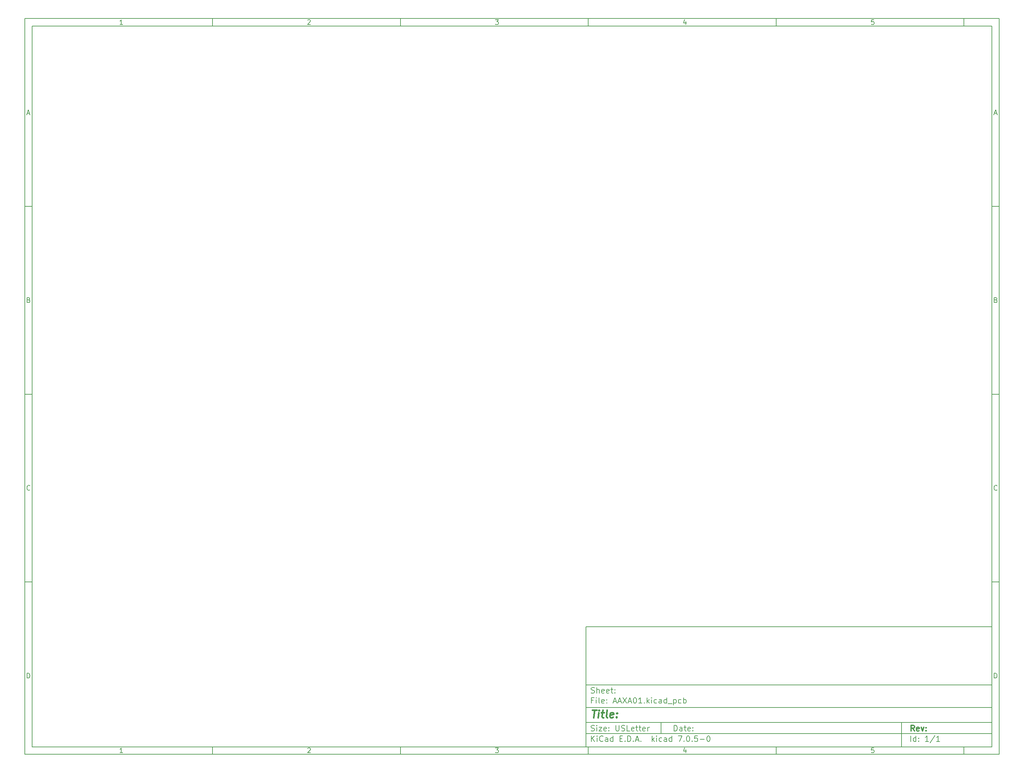
<source format=gbr>
%TF.GenerationSoftware,KiCad,Pcbnew,7.0.5-0*%
%TF.CreationDate,2023-06-27T18:34:08-07:00*%
%TF.ProjectId,AAXA01,41415841-3031-42e6-9b69-6361645f7063,rev?*%
%TF.SameCoordinates,Original*%
%TF.FileFunction,Glue,Top*%
%TF.FilePolarity,Positive*%
%FSLAX46Y46*%
G04 Gerber Fmt 4.6, Leading zero omitted, Abs format (unit mm)*
G04 Created by KiCad (PCBNEW 7.0.5-0) date 2023-06-27 18:34:08*
%MOMM*%
%LPD*%
G01*
G04 APERTURE LIST*
%ADD10C,0.100000*%
%ADD11C,0.150000*%
%ADD12C,0.300000*%
%ADD13C,0.400000*%
G04 APERTURE END LIST*
D10*
D11*
X159400000Y-171900000D02*
X267400000Y-171900000D01*
X267400000Y-203900000D01*
X159400000Y-203900000D01*
X159400000Y-171900000D01*
D10*
D11*
X10000000Y-10000000D02*
X269400000Y-10000000D01*
X269400000Y-205900000D01*
X10000000Y-205900000D01*
X10000000Y-10000000D01*
D10*
D11*
X12000000Y-12000000D02*
X267400000Y-12000000D01*
X267400000Y-203900000D01*
X12000000Y-203900000D01*
X12000000Y-12000000D01*
D10*
D11*
X60000000Y-12000000D02*
X60000000Y-10000000D01*
D10*
D11*
X110000000Y-12000000D02*
X110000000Y-10000000D01*
D10*
D11*
X160000000Y-12000000D02*
X160000000Y-10000000D01*
D10*
D11*
X210000000Y-12000000D02*
X210000000Y-10000000D01*
D10*
D11*
X260000000Y-12000000D02*
X260000000Y-10000000D01*
D10*
D11*
X36089160Y-11593604D02*
X35346303Y-11593604D01*
X35717731Y-11593604D02*
X35717731Y-10293604D01*
X35717731Y-10293604D02*
X35593922Y-10479319D01*
X35593922Y-10479319D02*
X35470112Y-10603128D01*
X35470112Y-10603128D02*
X35346303Y-10665033D01*
D10*
D11*
X85346303Y-10417414D02*
X85408207Y-10355509D01*
X85408207Y-10355509D02*
X85532017Y-10293604D01*
X85532017Y-10293604D02*
X85841541Y-10293604D01*
X85841541Y-10293604D02*
X85965350Y-10355509D01*
X85965350Y-10355509D02*
X86027255Y-10417414D01*
X86027255Y-10417414D02*
X86089160Y-10541223D01*
X86089160Y-10541223D02*
X86089160Y-10665033D01*
X86089160Y-10665033D02*
X86027255Y-10850747D01*
X86027255Y-10850747D02*
X85284398Y-11593604D01*
X85284398Y-11593604D02*
X86089160Y-11593604D01*
D10*
D11*
X135284398Y-10293604D02*
X136089160Y-10293604D01*
X136089160Y-10293604D02*
X135655826Y-10788842D01*
X135655826Y-10788842D02*
X135841541Y-10788842D01*
X135841541Y-10788842D02*
X135965350Y-10850747D01*
X135965350Y-10850747D02*
X136027255Y-10912652D01*
X136027255Y-10912652D02*
X136089160Y-11036461D01*
X136089160Y-11036461D02*
X136089160Y-11345985D01*
X136089160Y-11345985D02*
X136027255Y-11469795D01*
X136027255Y-11469795D02*
X135965350Y-11531700D01*
X135965350Y-11531700D02*
X135841541Y-11593604D01*
X135841541Y-11593604D02*
X135470112Y-11593604D01*
X135470112Y-11593604D02*
X135346303Y-11531700D01*
X135346303Y-11531700D02*
X135284398Y-11469795D01*
D10*
D11*
X185965350Y-10726938D02*
X185965350Y-11593604D01*
X185655826Y-10231700D02*
X185346303Y-11160271D01*
X185346303Y-11160271D02*
X186151064Y-11160271D01*
D10*
D11*
X236027255Y-10293604D02*
X235408207Y-10293604D01*
X235408207Y-10293604D02*
X235346303Y-10912652D01*
X235346303Y-10912652D02*
X235408207Y-10850747D01*
X235408207Y-10850747D02*
X235532017Y-10788842D01*
X235532017Y-10788842D02*
X235841541Y-10788842D01*
X235841541Y-10788842D02*
X235965350Y-10850747D01*
X235965350Y-10850747D02*
X236027255Y-10912652D01*
X236027255Y-10912652D02*
X236089160Y-11036461D01*
X236089160Y-11036461D02*
X236089160Y-11345985D01*
X236089160Y-11345985D02*
X236027255Y-11469795D01*
X236027255Y-11469795D02*
X235965350Y-11531700D01*
X235965350Y-11531700D02*
X235841541Y-11593604D01*
X235841541Y-11593604D02*
X235532017Y-11593604D01*
X235532017Y-11593604D02*
X235408207Y-11531700D01*
X235408207Y-11531700D02*
X235346303Y-11469795D01*
D10*
D11*
X60000000Y-203900000D02*
X60000000Y-205900000D01*
D10*
D11*
X110000000Y-203900000D02*
X110000000Y-205900000D01*
D10*
D11*
X160000000Y-203900000D02*
X160000000Y-205900000D01*
D10*
D11*
X210000000Y-203900000D02*
X210000000Y-205900000D01*
D10*
D11*
X260000000Y-203900000D02*
X260000000Y-205900000D01*
D10*
D11*
X36089160Y-205493604D02*
X35346303Y-205493604D01*
X35717731Y-205493604D02*
X35717731Y-204193604D01*
X35717731Y-204193604D02*
X35593922Y-204379319D01*
X35593922Y-204379319D02*
X35470112Y-204503128D01*
X35470112Y-204503128D02*
X35346303Y-204565033D01*
D10*
D11*
X85346303Y-204317414D02*
X85408207Y-204255509D01*
X85408207Y-204255509D02*
X85532017Y-204193604D01*
X85532017Y-204193604D02*
X85841541Y-204193604D01*
X85841541Y-204193604D02*
X85965350Y-204255509D01*
X85965350Y-204255509D02*
X86027255Y-204317414D01*
X86027255Y-204317414D02*
X86089160Y-204441223D01*
X86089160Y-204441223D02*
X86089160Y-204565033D01*
X86089160Y-204565033D02*
X86027255Y-204750747D01*
X86027255Y-204750747D02*
X85284398Y-205493604D01*
X85284398Y-205493604D02*
X86089160Y-205493604D01*
D10*
D11*
X135284398Y-204193604D02*
X136089160Y-204193604D01*
X136089160Y-204193604D02*
X135655826Y-204688842D01*
X135655826Y-204688842D02*
X135841541Y-204688842D01*
X135841541Y-204688842D02*
X135965350Y-204750747D01*
X135965350Y-204750747D02*
X136027255Y-204812652D01*
X136027255Y-204812652D02*
X136089160Y-204936461D01*
X136089160Y-204936461D02*
X136089160Y-205245985D01*
X136089160Y-205245985D02*
X136027255Y-205369795D01*
X136027255Y-205369795D02*
X135965350Y-205431700D01*
X135965350Y-205431700D02*
X135841541Y-205493604D01*
X135841541Y-205493604D02*
X135470112Y-205493604D01*
X135470112Y-205493604D02*
X135346303Y-205431700D01*
X135346303Y-205431700D02*
X135284398Y-205369795D01*
D10*
D11*
X185965350Y-204626938D02*
X185965350Y-205493604D01*
X185655826Y-204131700D02*
X185346303Y-205060271D01*
X185346303Y-205060271D02*
X186151064Y-205060271D01*
D10*
D11*
X236027255Y-204193604D02*
X235408207Y-204193604D01*
X235408207Y-204193604D02*
X235346303Y-204812652D01*
X235346303Y-204812652D02*
X235408207Y-204750747D01*
X235408207Y-204750747D02*
X235532017Y-204688842D01*
X235532017Y-204688842D02*
X235841541Y-204688842D01*
X235841541Y-204688842D02*
X235965350Y-204750747D01*
X235965350Y-204750747D02*
X236027255Y-204812652D01*
X236027255Y-204812652D02*
X236089160Y-204936461D01*
X236089160Y-204936461D02*
X236089160Y-205245985D01*
X236089160Y-205245985D02*
X236027255Y-205369795D01*
X236027255Y-205369795D02*
X235965350Y-205431700D01*
X235965350Y-205431700D02*
X235841541Y-205493604D01*
X235841541Y-205493604D02*
X235532017Y-205493604D01*
X235532017Y-205493604D02*
X235408207Y-205431700D01*
X235408207Y-205431700D02*
X235346303Y-205369795D01*
D10*
D11*
X10000000Y-60000000D02*
X12000000Y-60000000D01*
D10*
D11*
X10000000Y-110000000D02*
X12000000Y-110000000D01*
D10*
D11*
X10000000Y-160000000D02*
X12000000Y-160000000D01*
D10*
D11*
X10690476Y-35222176D02*
X11309523Y-35222176D01*
X10566666Y-35593604D02*
X10999999Y-34293604D01*
X10999999Y-34293604D02*
X11433333Y-35593604D01*
D10*
D11*
X11092857Y-84912652D02*
X11278571Y-84974557D01*
X11278571Y-84974557D02*
X11340476Y-85036461D01*
X11340476Y-85036461D02*
X11402380Y-85160271D01*
X11402380Y-85160271D02*
X11402380Y-85345985D01*
X11402380Y-85345985D02*
X11340476Y-85469795D01*
X11340476Y-85469795D02*
X11278571Y-85531700D01*
X11278571Y-85531700D02*
X11154761Y-85593604D01*
X11154761Y-85593604D02*
X10659523Y-85593604D01*
X10659523Y-85593604D02*
X10659523Y-84293604D01*
X10659523Y-84293604D02*
X11092857Y-84293604D01*
X11092857Y-84293604D02*
X11216666Y-84355509D01*
X11216666Y-84355509D02*
X11278571Y-84417414D01*
X11278571Y-84417414D02*
X11340476Y-84541223D01*
X11340476Y-84541223D02*
X11340476Y-84665033D01*
X11340476Y-84665033D02*
X11278571Y-84788842D01*
X11278571Y-84788842D02*
X11216666Y-84850747D01*
X11216666Y-84850747D02*
X11092857Y-84912652D01*
X11092857Y-84912652D02*
X10659523Y-84912652D01*
D10*
D11*
X11402380Y-135469795D02*
X11340476Y-135531700D01*
X11340476Y-135531700D02*
X11154761Y-135593604D01*
X11154761Y-135593604D02*
X11030952Y-135593604D01*
X11030952Y-135593604D02*
X10845238Y-135531700D01*
X10845238Y-135531700D02*
X10721428Y-135407890D01*
X10721428Y-135407890D02*
X10659523Y-135284080D01*
X10659523Y-135284080D02*
X10597619Y-135036461D01*
X10597619Y-135036461D02*
X10597619Y-134850747D01*
X10597619Y-134850747D02*
X10659523Y-134603128D01*
X10659523Y-134603128D02*
X10721428Y-134479319D01*
X10721428Y-134479319D02*
X10845238Y-134355509D01*
X10845238Y-134355509D02*
X11030952Y-134293604D01*
X11030952Y-134293604D02*
X11154761Y-134293604D01*
X11154761Y-134293604D02*
X11340476Y-134355509D01*
X11340476Y-134355509D02*
X11402380Y-134417414D01*
D10*
D11*
X10659523Y-185593604D02*
X10659523Y-184293604D01*
X10659523Y-184293604D02*
X10969047Y-184293604D01*
X10969047Y-184293604D02*
X11154761Y-184355509D01*
X11154761Y-184355509D02*
X11278571Y-184479319D01*
X11278571Y-184479319D02*
X11340476Y-184603128D01*
X11340476Y-184603128D02*
X11402380Y-184850747D01*
X11402380Y-184850747D02*
X11402380Y-185036461D01*
X11402380Y-185036461D02*
X11340476Y-185284080D01*
X11340476Y-185284080D02*
X11278571Y-185407890D01*
X11278571Y-185407890D02*
X11154761Y-185531700D01*
X11154761Y-185531700D02*
X10969047Y-185593604D01*
X10969047Y-185593604D02*
X10659523Y-185593604D01*
D10*
D11*
X269400000Y-60000000D02*
X267400000Y-60000000D01*
D10*
D11*
X269400000Y-110000000D02*
X267400000Y-110000000D01*
D10*
D11*
X269400000Y-160000000D02*
X267400000Y-160000000D01*
D10*
D11*
X268090476Y-35222176D02*
X268709523Y-35222176D01*
X267966666Y-35593604D02*
X268399999Y-34293604D01*
X268399999Y-34293604D02*
X268833333Y-35593604D01*
D10*
D11*
X268492857Y-84912652D02*
X268678571Y-84974557D01*
X268678571Y-84974557D02*
X268740476Y-85036461D01*
X268740476Y-85036461D02*
X268802380Y-85160271D01*
X268802380Y-85160271D02*
X268802380Y-85345985D01*
X268802380Y-85345985D02*
X268740476Y-85469795D01*
X268740476Y-85469795D02*
X268678571Y-85531700D01*
X268678571Y-85531700D02*
X268554761Y-85593604D01*
X268554761Y-85593604D02*
X268059523Y-85593604D01*
X268059523Y-85593604D02*
X268059523Y-84293604D01*
X268059523Y-84293604D02*
X268492857Y-84293604D01*
X268492857Y-84293604D02*
X268616666Y-84355509D01*
X268616666Y-84355509D02*
X268678571Y-84417414D01*
X268678571Y-84417414D02*
X268740476Y-84541223D01*
X268740476Y-84541223D02*
X268740476Y-84665033D01*
X268740476Y-84665033D02*
X268678571Y-84788842D01*
X268678571Y-84788842D02*
X268616666Y-84850747D01*
X268616666Y-84850747D02*
X268492857Y-84912652D01*
X268492857Y-84912652D02*
X268059523Y-84912652D01*
D10*
D11*
X268802380Y-135469795D02*
X268740476Y-135531700D01*
X268740476Y-135531700D02*
X268554761Y-135593604D01*
X268554761Y-135593604D02*
X268430952Y-135593604D01*
X268430952Y-135593604D02*
X268245238Y-135531700D01*
X268245238Y-135531700D02*
X268121428Y-135407890D01*
X268121428Y-135407890D02*
X268059523Y-135284080D01*
X268059523Y-135284080D02*
X267997619Y-135036461D01*
X267997619Y-135036461D02*
X267997619Y-134850747D01*
X267997619Y-134850747D02*
X268059523Y-134603128D01*
X268059523Y-134603128D02*
X268121428Y-134479319D01*
X268121428Y-134479319D02*
X268245238Y-134355509D01*
X268245238Y-134355509D02*
X268430952Y-134293604D01*
X268430952Y-134293604D02*
X268554761Y-134293604D01*
X268554761Y-134293604D02*
X268740476Y-134355509D01*
X268740476Y-134355509D02*
X268802380Y-134417414D01*
D10*
D11*
X268059523Y-185593604D02*
X268059523Y-184293604D01*
X268059523Y-184293604D02*
X268369047Y-184293604D01*
X268369047Y-184293604D02*
X268554761Y-184355509D01*
X268554761Y-184355509D02*
X268678571Y-184479319D01*
X268678571Y-184479319D02*
X268740476Y-184603128D01*
X268740476Y-184603128D02*
X268802380Y-184850747D01*
X268802380Y-184850747D02*
X268802380Y-185036461D01*
X268802380Y-185036461D02*
X268740476Y-185284080D01*
X268740476Y-185284080D02*
X268678571Y-185407890D01*
X268678571Y-185407890D02*
X268554761Y-185531700D01*
X268554761Y-185531700D02*
X268369047Y-185593604D01*
X268369047Y-185593604D02*
X268059523Y-185593604D01*
D10*
D11*
X182855826Y-199686128D02*
X182855826Y-198186128D01*
X182855826Y-198186128D02*
X183212969Y-198186128D01*
X183212969Y-198186128D02*
X183427255Y-198257557D01*
X183427255Y-198257557D02*
X183570112Y-198400414D01*
X183570112Y-198400414D02*
X183641541Y-198543271D01*
X183641541Y-198543271D02*
X183712969Y-198828985D01*
X183712969Y-198828985D02*
X183712969Y-199043271D01*
X183712969Y-199043271D02*
X183641541Y-199328985D01*
X183641541Y-199328985D02*
X183570112Y-199471842D01*
X183570112Y-199471842D02*
X183427255Y-199614700D01*
X183427255Y-199614700D02*
X183212969Y-199686128D01*
X183212969Y-199686128D02*
X182855826Y-199686128D01*
X184998684Y-199686128D02*
X184998684Y-198900414D01*
X184998684Y-198900414D02*
X184927255Y-198757557D01*
X184927255Y-198757557D02*
X184784398Y-198686128D01*
X184784398Y-198686128D02*
X184498684Y-198686128D01*
X184498684Y-198686128D02*
X184355826Y-198757557D01*
X184998684Y-199614700D02*
X184855826Y-199686128D01*
X184855826Y-199686128D02*
X184498684Y-199686128D01*
X184498684Y-199686128D02*
X184355826Y-199614700D01*
X184355826Y-199614700D02*
X184284398Y-199471842D01*
X184284398Y-199471842D02*
X184284398Y-199328985D01*
X184284398Y-199328985D02*
X184355826Y-199186128D01*
X184355826Y-199186128D02*
X184498684Y-199114700D01*
X184498684Y-199114700D02*
X184855826Y-199114700D01*
X184855826Y-199114700D02*
X184998684Y-199043271D01*
X185498684Y-198686128D02*
X186070112Y-198686128D01*
X185712969Y-198186128D02*
X185712969Y-199471842D01*
X185712969Y-199471842D02*
X185784398Y-199614700D01*
X185784398Y-199614700D02*
X185927255Y-199686128D01*
X185927255Y-199686128D02*
X186070112Y-199686128D01*
X187141541Y-199614700D02*
X186998684Y-199686128D01*
X186998684Y-199686128D02*
X186712970Y-199686128D01*
X186712970Y-199686128D02*
X186570112Y-199614700D01*
X186570112Y-199614700D02*
X186498684Y-199471842D01*
X186498684Y-199471842D02*
X186498684Y-198900414D01*
X186498684Y-198900414D02*
X186570112Y-198757557D01*
X186570112Y-198757557D02*
X186712970Y-198686128D01*
X186712970Y-198686128D02*
X186998684Y-198686128D01*
X186998684Y-198686128D02*
X187141541Y-198757557D01*
X187141541Y-198757557D02*
X187212970Y-198900414D01*
X187212970Y-198900414D02*
X187212970Y-199043271D01*
X187212970Y-199043271D02*
X186498684Y-199186128D01*
X187855826Y-199543271D02*
X187927255Y-199614700D01*
X187927255Y-199614700D02*
X187855826Y-199686128D01*
X187855826Y-199686128D02*
X187784398Y-199614700D01*
X187784398Y-199614700D02*
X187855826Y-199543271D01*
X187855826Y-199543271D02*
X187855826Y-199686128D01*
X187855826Y-198757557D02*
X187927255Y-198828985D01*
X187927255Y-198828985D02*
X187855826Y-198900414D01*
X187855826Y-198900414D02*
X187784398Y-198828985D01*
X187784398Y-198828985D02*
X187855826Y-198757557D01*
X187855826Y-198757557D02*
X187855826Y-198900414D01*
D10*
D11*
X159400000Y-200400000D02*
X267400000Y-200400000D01*
D10*
D11*
X160855826Y-202486128D02*
X160855826Y-200986128D01*
X161712969Y-202486128D02*
X161070112Y-201628985D01*
X161712969Y-200986128D02*
X160855826Y-201843271D01*
X162355826Y-202486128D02*
X162355826Y-201486128D01*
X162355826Y-200986128D02*
X162284398Y-201057557D01*
X162284398Y-201057557D02*
X162355826Y-201128985D01*
X162355826Y-201128985D02*
X162427255Y-201057557D01*
X162427255Y-201057557D02*
X162355826Y-200986128D01*
X162355826Y-200986128D02*
X162355826Y-201128985D01*
X163927255Y-202343271D02*
X163855827Y-202414700D01*
X163855827Y-202414700D02*
X163641541Y-202486128D01*
X163641541Y-202486128D02*
X163498684Y-202486128D01*
X163498684Y-202486128D02*
X163284398Y-202414700D01*
X163284398Y-202414700D02*
X163141541Y-202271842D01*
X163141541Y-202271842D02*
X163070112Y-202128985D01*
X163070112Y-202128985D02*
X162998684Y-201843271D01*
X162998684Y-201843271D02*
X162998684Y-201628985D01*
X162998684Y-201628985D02*
X163070112Y-201343271D01*
X163070112Y-201343271D02*
X163141541Y-201200414D01*
X163141541Y-201200414D02*
X163284398Y-201057557D01*
X163284398Y-201057557D02*
X163498684Y-200986128D01*
X163498684Y-200986128D02*
X163641541Y-200986128D01*
X163641541Y-200986128D02*
X163855827Y-201057557D01*
X163855827Y-201057557D02*
X163927255Y-201128985D01*
X165212970Y-202486128D02*
X165212970Y-201700414D01*
X165212970Y-201700414D02*
X165141541Y-201557557D01*
X165141541Y-201557557D02*
X164998684Y-201486128D01*
X164998684Y-201486128D02*
X164712970Y-201486128D01*
X164712970Y-201486128D02*
X164570112Y-201557557D01*
X165212970Y-202414700D02*
X165070112Y-202486128D01*
X165070112Y-202486128D02*
X164712970Y-202486128D01*
X164712970Y-202486128D02*
X164570112Y-202414700D01*
X164570112Y-202414700D02*
X164498684Y-202271842D01*
X164498684Y-202271842D02*
X164498684Y-202128985D01*
X164498684Y-202128985D02*
X164570112Y-201986128D01*
X164570112Y-201986128D02*
X164712970Y-201914700D01*
X164712970Y-201914700D02*
X165070112Y-201914700D01*
X165070112Y-201914700D02*
X165212970Y-201843271D01*
X166570113Y-202486128D02*
X166570113Y-200986128D01*
X166570113Y-202414700D02*
X166427255Y-202486128D01*
X166427255Y-202486128D02*
X166141541Y-202486128D01*
X166141541Y-202486128D02*
X165998684Y-202414700D01*
X165998684Y-202414700D02*
X165927255Y-202343271D01*
X165927255Y-202343271D02*
X165855827Y-202200414D01*
X165855827Y-202200414D02*
X165855827Y-201771842D01*
X165855827Y-201771842D02*
X165927255Y-201628985D01*
X165927255Y-201628985D02*
X165998684Y-201557557D01*
X165998684Y-201557557D02*
X166141541Y-201486128D01*
X166141541Y-201486128D02*
X166427255Y-201486128D01*
X166427255Y-201486128D02*
X166570113Y-201557557D01*
X168427255Y-201700414D02*
X168927255Y-201700414D01*
X169141541Y-202486128D02*
X168427255Y-202486128D01*
X168427255Y-202486128D02*
X168427255Y-200986128D01*
X168427255Y-200986128D02*
X169141541Y-200986128D01*
X169784398Y-202343271D02*
X169855827Y-202414700D01*
X169855827Y-202414700D02*
X169784398Y-202486128D01*
X169784398Y-202486128D02*
X169712970Y-202414700D01*
X169712970Y-202414700D02*
X169784398Y-202343271D01*
X169784398Y-202343271D02*
X169784398Y-202486128D01*
X170498684Y-202486128D02*
X170498684Y-200986128D01*
X170498684Y-200986128D02*
X170855827Y-200986128D01*
X170855827Y-200986128D02*
X171070113Y-201057557D01*
X171070113Y-201057557D02*
X171212970Y-201200414D01*
X171212970Y-201200414D02*
X171284399Y-201343271D01*
X171284399Y-201343271D02*
X171355827Y-201628985D01*
X171355827Y-201628985D02*
X171355827Y-201843271D01*
X171355827Y-201843271D02*
X171284399Y-202128985D01*
X171284399Y-202128985D02*
X171212970Y-202271842D01*
X171212970Y-202271842D02*
X171070113Y-202414700D01*
X171070113Y-202414700D02*
X170855827Y-202486128D01*
X170855827Y-202486128D02*
X170498684Y-202486128D01*
X171998684Y-202343271D02*
X172070113Y-202414700D01*
X172070113Y-202414700D02*
X171998684Y-202486128D01*
X171998684Y-202486128D02*
X171927256Y-202414700D01*
X171927256Y-202414700D02*
X171998684Y-202343271D01*
X171998684Y-202343271D02*
X171998684Y-202486128D01*
X172641542Y-202057557D02*
X173355828Y-202057557D01*
X172498685Y-202486128D02*
X172998685Y-200986128D01*
X172998685Y-200986128D02*
X173498685Y-202486128D01*
X173998684Y-202343271D02*
X174070113Y-202414700D01*
X174070113Y-202414700D02*
X173998684Y-202486128D01*
X173998684Y-202486128D02*
X173927256Y-202414700D01*
X173927256Y-202414700D02*
X173998684Y-202343271D01*
X173998684Y-202343271D02*
X173998684Y-202486128D01*
X176998684Y-202486128D02*
X176998684Y-200986128D01*
X177141542Y-201914700D02*
X177570113Y-202486128D01*
X177570113Y-201486128D02*
X176998684Y-202057557D01*
X178212970Y-202486128D02*
X178212970Y-201486128D01*
X178212970Y-200986128D02*
X178141542Y-201057557D01*
X178141542Y-201057557D02*
X178212970Y-201128985D01*
X178212970Y-201128985D02*
X178284399Y-201057557D01*
X178284399Y-201057557D02*
X178212970Y-200986128D01*
X178212970Y-200986128D02*
X178212970Y-201128985D01*
X179570114Y-202414700D02*
X179427256Y-202486128D01*
X179427256Y-202486128D02*
X179141542Y-202486128D01*
X179141542Y-202486128D02*
X178998685Y-202414700D01*
X178998685Y-202414700D02*
X178927256Y-202343271D01*
X178927256Y-202343271D02*
X178855828Y-202200414D01*
X178855828Y-202200414D02*
X178855828Y-201771842D01*
X178855828Y-201771842D02*
X178927256Y-201628985D01*
X178927256Y-201628985D02*
X178998685Y-201557557D01*
X178998685Y-201557557D02*
X179141542Y-201486128D01*
X179141542Y-201486128D02*
X179427256Y-201486128D01*
X179427256Y-201486128D02*
X179570114Y-201557557D01*
X180855828Y-202486128D02*
X180855828Y-201700414D01*
X180855828Y-201700414D02*
X180784399Y-201557557D01*
X180784399Y-201557557D02*
X180641542Y-201486128D01*
X180641542Y-201486128D02*
X180355828Y-201486128D01*
X180355828Y-201486128D02*
X180212970Y-201557557D01*
X180855828Y-202414700D02*
X180712970Y-202486128D01*
X180712970Y-202486128D02*
X180355828Y-202486128D01*
X180355828Y-202486128D02*
X180212970Y-202414700D01*
X180212970Y-202414700D02*
X180141542Y-202271842D01*
X180141542Y-202271842D02*
X180141542Y-202128985D01*
X180141542Y-202128985D02*
X180212970Y-201986128D01*
X180212970Y-201986128D02*
X180355828Y-201914700D01*
X180355828Y-201914700D02*
X180712970Y-201914700D01*
X180712970Y-201914700D02*
X180855828Y-201843271D01*
X182212971Y-202486128D02*
X182212971Y-200986128D01*
X182212971Y-202414700D02*
X182070113Y-202486128D01*
X182070113Y-202486128D02*
X181784399Y-202486128D01*
X181784399Y-202486128D02*
X181641542Y-202414700D01*
X181641542Y-202414700D02*
X181570113Y-202343271D01*
X181570113Y-202343271D02*
X181498685Y-202200414D01*
X181498685Y-202200414D02*
X181498685Y-201771842D01*
X181498685Y-201771842D02*
X181570113Y-201628985D01*
X181570113Y-201628985D02*
X181641542Y-201557557D01*
X181641542Y-201557557D02*
X181784399Y-201486128D01*
X181784399Y-201486128D02*
X182070113Y-201486128D01*
X182070113Y-201486128D02*
X182212971Y-201557557D01*
X183927256Y-200986128D02*
X184927256Y-200986128D01*
X184927256Y-200986128D02*
X184284399Y-202486128D01*
X185498684Y-202343271D02*
X185570113Y-202414700D01*
X185570113Y-202414700D02*
X185498684Y-202486128D01*
X185498684Y-202486128D02*
X185427256Y-202414700D01*
X185427256Y-202414700D02*
X185498684Y-202343271D01*
X185498684Y-202343271D02*
X185498684Y-202486128D01*
X186498685Y-200986128D02*
X186641542Y-200986128D01*
X186641542Y-200986128D02*
X186784399Y-201057557D01*
X186784399Y-201057557D02*
X186855828Y-201128985D01*
X186855828Y-201128985D02*
X186927256Y-201271842D01*
X186927256Y-201271842D02*
X186998685Y-201557557D01*
X186998685Y-201557557D02*
X186998685Y-201914700D01*
X186998685Y-201914700D02*
X186927256Y-202200414D01*
X186927256Y-202200414D02*
X186855828Y-202343271D01*
X186855828Y-202343271D02*
X186784399Y-202414700D01*
X186784399Y-202414700D02*
X186641542Y-202486128D01*
X186641542Y-202486128D02*
X186498685Y-202486128D01*
X186498685Y-202486128D02*
X186355828Y-202414700D01*
X186355828Y-202414700D02*
X186284399Y-202343271D01*
X186284399Y-202343271D02*
X186212970Y-202200414D01*
X186212970Y-202200414D02*
X186141542Y-201914700D01*
X186141542Y-201914700D02*
X186141542Y-201557557D01*
X186141542Y-201557557D02*
X186212970Y-201271842D01*
X186212970Y-201271842D02*
X186284399Y-201128985D01*
X186284399Y-201128985D02*
X186355828Y-201057557D01*
X186355828Y-201057557D02*
X186498685Y-200986128D01*
X187641541Y-202343271D02*
X187712970Y-202414700D01*
X187712970Y-202414700D02*
X187641541Y-202486128D01*
X187641541Y-202486128D02*
X187570113Y-202414700D01*
X187570113Y-202414700D02*
X187641541Y-202343271D01*
X187641541Y-202343271D02*
X187641541Y-202486128D01*
X189070113Y-200986128D02*
X188355827Y-200986128D01*
X188355827Y-200986128D02*
X188284399Y-201700414D01*
X188284399Y-201700414D02*
X188355827Y-201628985D01*
X188355827Y-201628985D02*
X188498685Y-201557557D01*
X188498685Y-201557557D02*
X188855827Y-201557557D01*
X188855827Y-201557557D02*
X188998685Y-201628985D01*
X188998685Y-201628985D02*
X189070113Y-201700414D01*
X189070113Y-201700414D02*
X189141542Y-201843271D01*
X189141542Y-201843271D02*
X189141542Y-202200414D01*
X189141542Y-202200414D02*
X189070113Y-202343271D01*
X189070113Y-202343271D02*
X188998685Y-202414700D01*
X188998685Y-202414700D02*
X188855827Y-202486128D01*
X188855827Y-202486128D02*
X188498685Y-202486128D01*
X188498685Y-202486128D02*
X188355827Y-202414700D01*
X188355827Y-202414700D02*
X188284399Y-202343271D01*
X189784398Y-201914700D02*
X190927256Y-201914700D01*
X191927256Y-200986128D02*
X192070113Y-200986128D01*
X192070113Y-200986128D02*
X192212970Y-201057557D01*
X192212970Y-201057557D02*
X192284399Y-201128985D01*
X192284399Y-201128985D02*
X192355827Y-201271842D01*
X192355827Y-201271842D02*
X192427256Y-201557557D01*
X192427256Y-201557557D02*
X192427256Y-201914700D01*
X192427256Y-201914700D02*
X192355827Y-202200414D01*
X192355827Y-202200414D02*
X192284399Y-202343271D01*
X192284399Y-202343271D02*
X192212970Y-202414700D01*
X192212970Y-202414700D02*
X192070113Y-202486128D01*
X192070113Y-202486128D02*
X191927256Y-202486128D01*
X191927256Y-202486128D02*
X191784399Y-202414700D01*
X191784399Y-202414700D02*
X191712970Y-202343271D01*
X191712970Y-202343271D02*
X191641541Y-202200414D01*
X191641541Y-202200414D02*
X191570113Y-201914700D01*
X191570113Y-201914700D02*
X191570113Y-201557557D01*
X191570113Y-201557557D02*
X191641541Y-201271842D01*
X191641541Y-201271842D02*
X191712970Y-201128985D01*
X191712970Y-201128985D02*
X191784399Y-201057557D01*
X191784399Y-201057557D02*
X191927256Y-200986128D01*
D10*
D11*
X159400000Y-197400000D02*
X267400000Y-197400000D01*
D10*
D12*
X246811653Y-199678328D02*
X246311653Y-198964042D01*
X245954510Y-199678328D02*
X245954510Y-198178328D01*
X245954510Y-198178328D02*
X246525939Y-198178328D01*
X246525939Y-198178328D02*
X246668796Y-198249757D01*
X246668796Y-198249757D02*
X246740225Y-198321185D01*
X246740225Y-198321185D02*
X246811653Y-198464042D01*
X246811653Y-198464042D02*
X246811653Y-198678328D01*
X246811653Y-198678328D02*
X246740225Y-198821185D01*
X246740225Y-198821185D02*
X246668796Y-198892614D01*
X246668796Y-198892614D02*
X246525939Y-198964042D01*
X246525939Y-198964042D02*
X245954510Y-198964042D01*
X248025939Y-199606900D02*
X247883082Y-199678328D01*
X247883082Y-199678328D02*
X247597368Y-199678328D01*
X247597368Y-199678328D02*
X247454510Y-199606900D01*
X247454510Y-199606900D02*
X247383082Y-199464042D01*
X247383082Y-199464042D02*
X247383082Y-198892614D01*
X247383082Y-198892614D02*
X247454510Y-198749757D01*
X247454510Y-198749757D02*
X247597368Y-198678328D01*
X247597368Y-198678328D02*
X247883082Y-198678328D01*
X247883082Y-198678328D02*
X248025939Y-198749757D01*
X248025939Y-198749757D02*
X248097368Y-198892614D01*
X248097368Y-198892614D02*
X248097368Y-199035471D01*
X248097368Y-199035471D02*
X247383082Y-199178328D01*
X248597367Y-198678328D02*
X248954510Y-199678328D01*
X248954510Y-199678328D02*
X249311653Y-198678328D01*
X249883081Y-199535471D02*
X249954510Y-199606900D01*
X249954510Y-199606900D02*
X249883081Y-199678328D01*
X249883081Y-199678328D02*
X249811653Y-199606900D01*
X249811653Y-199606900D02*
X249883081Y-199535471D01*
X249883081Y-199535471D02*
X249883081Y-199678328D01*
X249883081Y-198749757D02*
X249954510Y-198821185D01*
X249954510Y-198821185D02*
X249883081Y-198892614D01*
X249883081Y-198892614D02*
X249811653Y-198821185D01*
X249811653Y-198821185D02*
X249883081Y-198749757D01*
X249883081Y-198749757D02*
X249883081Y-198892614D01*
D10*
D11*
X160784398Y-199614700D02*
X160998684Y-199686128D01*
X160998684Y-199686128D02*
X161355826Y-199686128D01*
X161355826Y-199686128D02*
X161498684Y-199614700D01*
X161498684Y-199614700D02*
X161570112Y-199543271D01*
X161570112Y-199543271D02*
X161641541Y-199400414D01*
X161641541Y-199400414D02*
X161641541Y-199257557D01*
X161641541Y-199257557D02*
X161570112Y-199114700D01*
X161570112Y-199114700D02*
X161498684Y-199043271D01*
X161498684Y-199043271D02*
X161355826Y-198971842D01*
X161355826Y-198971842D02*
X161070112Y-198900414D01*
X161070112Y-198900414D02*
X160927255Y-198828985D01*
X160927255Y-198828985D02*
X160855826Y-198757557D01*
X160855826Y-198757557D02*
X160784398Y-198614700D01*
X160784398Y-198614700D02*
X160784398Y-198471842D01*
X160784398Y-198471842D02*
X160855826Y-198328985D01*
X160855826Y-198328985D02*
X160927255Y-198257557D01*
X160927255Y-198257557D02*
X161070112Y-198186128D01*
X161070112Y-198186128D02*
X161427255Y-198186128D01*
X161427255Y-198186128D02*
X161641541Y-198257557D01*
X162284397Y-199686128D02*
X162284397Y-198686128D01*
X162284397Y-198186128D02*
X162212969Y-198257557D01*
X162212969Y-198257557D02*
X162284397Y-198328985D01*
X162284397Y-198328985D02*
X162355826Y-198257557D01*
X162355826Y-198257557D02*
X162284397Y-198186128D01*
X162284397Y-198186128D02*
X162284397Y-198328985D01*
X162855826Y-198686128D02*
X163641541Y-198686128D01*
X163641541Y-198686128D02*
X162855826Y-199686128D01*
X162855826Y-199686128D02*
X163641541Y-199686128D01*
X164784398Y-199614700D02*
X164641541Y-199686128D01*
X164641541Y-199686128D02*
X164355827Y-199686128D01*
X164355827Y-199686128D02*
X164212969Y-199614700D01*
X164212969Y-199614700D02*
X164141541Y-199471842D01*
X164141541Y-199471842D02*
X164141541Y-198900414D01*
X164141541Y-198900414D02*
X164212969Y-198757557D01*
X164212969Y-198757557D02*
X164355827Y-198686128D01*
X164355827Y-198686128D02*
X164641541Y-198686128D01*
X164641541Y-198686128D02*
X164784398Y-198757557D01*
X164784398Y-198757557D02*
X164855827Y-198900414D01*
X164855827Y-198900414D02*
X164855827Y-199043271D01*
X164855827Y-199043271D02*
X164141541Y-199186128D01*
X165498683Y-199543271D02*
X165570112Y-199614700D01*
X165570112Y-199614700D02*
X165498683Y-199686128D01*
X165498683Y-199686128D02*
X165427255Y-199614700D01*
X165427255Y-199614700D02*
X165498683Y-199543271D01*
X165498683Y-199543271D02*
X165498683Y-199686128D01*
X165498683Y-198757557D02*
X165570112Y-198828985D01*
X165570112Y-198828985D02*
X165498683Y-198900414D01*
X165498683Y-198900414D02*
X165427255Y-198828985D01*
X165427255Y-198828985D02*
X165498683Y-198757557D01*
X165498683Y-198757557D02*
X165498683Y-198900414D01*
X167355826Y-198186128D02*
X167355826Y-199400414D01*
X167355826Y-199400414D02*
X167427255Y-199543271D01*
X167427255Y-199543271D02*
X167498684Y-199614700D01*
X167498684Y-199614700D02*
X167641541Y-199686128D01*
X167641541Y-199686128D02*
X167927255Y-199686128D01*
X167927255Y-199686128D02*
X168070112Y-199614700D01*
X168070112Y-199614700D02*
X168141541Y-199543271D01*
X168141541Y-199543271D02*
X168212969Y-199400414D01*
X168212969Y-199400414D02*
X168212969Y-198186128D01*
X168855827Y-199614700D02*
X169070113Y-199686128D01*
X169070113Y-199686128D02*
X169427255Y-199686128D01*
X169427255Y-199686128D02*
X169570113Y-199614700D01*
X169570113Y-199614700D02*
X169641541Y-199543271D01*
X169641541Y-199543271D02*
X169712970Y-199400414D01*
X169712970Y-199400414D02*
X169712970Y-199257557D01*
X169712970Y-199257557D02*
X169641541Y-199114700D01*
X169641541Y-199114700D02*
X169570113Y-199043271D01*
X169570113Y-199043271D02*
X169427255Y-198971842D01*
X169427255Y-198971842D02*
X169141541Y-198900414D01*
X169141541Y-198900414D02*
X168998684Y-198828985D01*
X168998684Y-198828985D02*
X168927255Y-198757557D01*
X168927255Y-198757557D02*
X168855827Y-198614700D01*
X168855827Y-198614700D02*
X168855827Y-198471842D01*
X168855827Y-198471842D02*
X168927255Y-198328985D01*
X168927255Y-198328985D02*
X168998684Y-198257557D01*
X168998684Y-198257557D02*
X169141541Y-198186128D01*
X169141541Y-198186128D02*
X169498684Y-198186128D01*
X169498684Y-198186128D02*
X169712970Y-198257557D01*
X171070112Y-199686128D02*
X170355826Y-199686128D01*
X170355826Y-199686128D02*
X170355826Y-198186128D01*
X172141541Y-199614700D02*
X171998684Y-199686128D01*
X171998684Y-199686128D02*
X171712970Y-199686128D01*
X171712970Y-199686128D02*
X171570112Y-199614700D01*
X171570112Y-199614700D02*
X171498684Y-199471842D01*
X171498684Y-199471842D02*
X171498684Y-198900414D01*
X171498684Y-198900414D02*
X171570112Y-198757557D01*
X171570112Y-198757557D02*
X171712970Y-198686128D01*
X171712970Y-198686128D02*
X171998684Y-198686128D01*
X171998684Y-198686128D02*
X172141541Y-198757557D01*
X172141541Y-198757557D02*
X172212970Y-198900414D01*
X172212970Y-198900414D02*
X172212970Y-199043271D01*
X172212970Y-199043271D02*
X171498684Y-199186128D01*
X172641541Y-198686128D02*
X173212969Y-198686128D01*
X172855826Y-198186128D02*
X172855826Y-199471842D01*
X172855826Y-199471842D02*
X172927255Y-199614700D01*
X172927255Y-199614700D02*
X173070112Y-199686128D01*
X173070112Y-199686128D02*
X173212969Y-199686128D01*
X173498684Y-198686128D02*
X174070112Y-198686128D01*
X173712969Y-198186128D02*
X173712969Y-199471842D01*
X173712969Y-199471842D02*
X173784398Y-199614700D01*
X173784398Y-199614700D02*
X173927255Y-199686128D01*
X173927255Y-199686128D02*
X174070112Y-199686128D01*
X175141541Y-199614700D02*
X174998684Y-199686128D01*
X174998684Y-199686128D02*
X174712970Y-199686128D01*
X174712970Y-199686128D02*
X174570112Y-199614700D01*
X174570112Y-199614700D02*
X174498684Y-199471842D01*
X174498684Y-199471842D02*
X174498684Y-198900414D01*
X174498684Y-198900414D02*
X174570112Y-198757557D01*
X174570112Y-198757557D02*
X174712970Y-198686128D01*
X174712970Y-198686128D02*
X174998684Y-198686128D01*
X174998684Y-198686128D02*
X175141541Y-198757557D01*
X175141541Y-198757557D02*
X175212970Y-198900414D01*
X175212970Y-198900414D02*
X175212970Y-199043271D01*
X175212970Y-199043271D02*
X174498684Y-199186128D01*
X175855826Y-199686128D02*
X175855826Y-198686128D01*
X175855826Y-198971842D02*
X175927255Y-198828985D01*
X175927255Y-198828985D02*
X175998684Y-198757557D01*
X175998684Y-198757557D02*
X176141541Y-198686128D01*
X176141541Y-198686128D02*
X176284398Y-198686128D01*
D10*
D11*
X245855826Y-202486128D02*
X245855826Y-200986128D01*
X247212970Y-202486128D02*
X247212970Y-200986128D01*
X247212970Y-202414700D02*
X247070112Y-202486128D01*
X247070112Y-202486128D02*
X246784398Y-202486128D01*
X246784398Y-202486128D02*
X246641541Y-202414700D01*
X246641541Y-202414700D02*
X246570112Y-202343271D01*
X246570112Y-202343271D02*
X246498684Y-202200414D01*
X246498684Y-202200414D02*
X246498684Y-201771842D01*
X246498684Y-201771842D02*
X246570112Y-201628985D01*
X246570112Y-201628985D02*
X246641541Y-201557557D01*
X246641541Y-201557557D02*
X246784398Y-201486128D01*
X246784398Y-201486128D02*
X247070112Y-201486128D01*
X247070112Y-201486128D02*
X247212970Y-201557557D01*
X247927255Y-202343271D02*
X247998684Y-202414700D01*
X247998684Y-202414700D02*
X247927255Y-202486128D01*
X247927255Y-202486128D02*
X247855827Y-202414700D01*
X247855827Y-202414700D02*
X247927255Y-202343271D01*
X247927255Y-202343271D02*
X247927255Y-202486128D01*
X247927255Y-201557557D02*
X247998684Y-201628985D01*
X247998684Y-201628985D02*
X247927255Y-201700414D01*
X247927255Y-201700414D02*
X247855827Y-201628985D01*
X247855827Y-201628985D02*
X247927255Y-201557557D01*
X247927255Y-201557557D02*
X247927255Y-201700414D01*
X250570113Y-202486128D02*
X249712970Y-202486128D01*
X250141541Y-202486128D02*
X250141541Y-200986128D01*
X250141541Y-200986128D02*
X249998684Y-201200414D01*
X249998684Y-201200414D02*
X249855827Y-201343271D01*
X249855827Y-201343271D02*
X249712970Y-201414700D01*
X252284398Y-200914700D02*
X250998684Y-202843271D01*
X253570113Y-202486128D02*
X252712970Y-202486128D01*
X253141541Y-202486128D02*
X253141541Y-200986128D01*
X253141541Y-200986128D02*
X252998684Y-201200414D01*
X252998684Y-201200414D02*
X252855827Y-201343271D01*
X252855827Y-201343271D02*
X252712970Y-201414700D01*
D10*
D11*
X159400000Y-193400000D02*
X267400000Y-193400000D01*
D10*
D13*
X161091728Y-194104438D02*
X162234585Y-194104438D01*
X161413157Y-196104438D02*
X161663157Y-194104438D01*
X162651252Y-196104438D02*
X162817919Y-194771104D01*
X162901252Y-194104438D02*
X162794109Y-194199676D01*
X162794109Y-194199676D02*
X162877443Y-194294914D01*
X162877443Y-194294914D02*
X162984586Y-194199676D01*
X162984586Y-194199676D02*
X162901252Y-194104438D01*
X162901252Y-194104438D02*
X162877443Y-194294914D01*
X163484586Y-194771104D02*
X164246490Y-194771104D01*
X163853633Y-194104438D02*
X163639348Y-195818723D01*
X163639348Y-195818723D02*
X163710776Y-196009200D01*
X163710776Y-196009200D02*
X163889348Y-196104438D01*
X163889348Y-196104438D02*
X164079824Y-196104438D01*
X165032205Y-196104438D02*
X164853633Y-196009200D01*
X164853633Y-196009200D02*
X164782205Y-195818723D01*
X164782205Y-195818723D02*
X164996490Y-194104438D01*
X166567919Y-196009200D02*
X166365538Y-196104438D01*
X166365538Y-196104438D02*
X165984585Y-196104438D01*
X165984585Y-196104438D02*
X165806014Y-196009200D01*
X165806014Y-196009200D02*
X165734585Y-195818723D01*
X165734585Y-195818723D02*
X165829824Y-195056819D01*
X165829824Y-195056819D02*
X165948871Y-194866342D01*
X165948871Y-194866342D02*
X166151252Y-194771104D01*
X166151252Y-194771104D02*
X166532204Y-194771104D01*
X166532204Y-194771104D02*
X166710776Y-194866342D01*
X166710776Y-194866342D02*
X166782204Y-195056819D01*
X166782204Y-195056819D02*
X166758395Y-195247295D01*
X166758395Y-195247295D02*
X165782204Y-195437771D01*
X167532205Y-195913961D02*
X167615538Y-196009200D01*
X167615538Y-196009200D02*
X167508395Y-196104438D01*
X167508395Y-196104438D02*
X167425062Y-196009200D01*
X167425062Y-196009200D02*
X167532205Y-195913961D01*
X167532205Y-195913961D02*
X167508395Y-196104438D01*
X167663157Y-194866342D02*
X167746490Y-194961580D01*
X167746490Y-194961580D02*
X167639348Y-195056819D01*
X167639348Y-195056819D02*
X167556014Y-194961580D01*
X167556014Y-194961580D02*
X167663157Y-194866342D01*
X167663157Y-194866342D02*
X167639348Y-195056819D01*
D10*
D11*
X161355826Y-191500414D02*
X160855826Y-191500414D01*
X160855826Y-192286128D02*
X160855826Y-190786128D01*
X160855826Y-190786128D02*
X161570112Y-190786128D01*
X162141540Y-192286128D02*
X162141540Y-191286128D01*
X162141540Y-190786128D02*
X162070112Y-190857557D01*
X162070112Y-190857557D02*
X162141540Y-190928985D01*
X162141540Y-190928985D02*
X162212969Y-190857557D01*
X162212969Y-190857557D02*
X162141540Y-190786128D01*
X162141540Y-190786128D02*
X162141540Y-190928985D01*
X163070112Y-192286128D02*
X162927255Y-192214700D01*
X162927255Y-192214700D02*
X162855826Y-192071842D01*
X162855826Y-192071842D02*
X162855826Y-190786128D01*
X164212969Y-192214700D02*
X164070112Y-192286128D01*
X164070112Y-192286128D02*
X163784398Y-192286128D01*
X163784398Y-192286128D02*
X163641540Y-192214700D01*
X163641540Y-192214700D02*
X163570112Y-192071842D01*
X163570112Y-192071842D02*
X163570112Y-191500414D01*
X163570112Y-191500414D02*
X163641540Y-191357557D01*
X163641540Y-191357557D02*
X163784398Y-191286128D01*
X163784398Y-191286128D02*
X164070112Y-191286128D01*
X164070112Y-191286128D02*
X164212969Y-191357557D01*
X164212969Y-191357557D02*
X164284398Y-191500414D01*
X164284398Y-191500414D02*
X164284398Y-191643271D01*
X164284398Y-191643271D02*
X163570112Y-191786128D01*
X164927254Y-192143271D02*
X164998683Y-192214700D01*
X164998683Y-192214700D02*
X164927254Y-192286128D01*
X164927254Y-192286128D02*
X164855826Y-192214700D01*
X164855826Y-192214700D02*
X164927254Y-192143271D01*
X164927254Y-192143271D02*
X164927254Y-192286128D01*
X164927254Y-191357557D02*
X164998683Y-191428985D01*
X164998683Y-191428985D02*
X164927254Y-191500414D01*
X164927254Y-191500414D02*
X164855826Y-191428985D01*
X164855826Y-191428985D02*
X164927254Y-191357557D01*
X164927254Y-191357557D02*
X164927254Y-191500414D01*
X166712969Y-191857557D02*
X167427255Y-191857557D01*
X166570112Y-192286128D02*
X167070112Y-190786128D01*
X167070112Y-190786128D02*
X167570112Y-192286128D01*
X167998683Y-191857557D02*
X168712969Y-191857557D01*
X167855826Y-192286128D02*
X168355826Y-190786128D01*
X168355826Y-190786128D02*
X168855826Y-192286128D01*
X169212968Y-190786128D02*
X170212968Y-192286128D01*
X170212968Y-190786128D02*
X169212968Y-192286128D01*
X170712968Y-191857557D02*
X171427254Y-191857557D01*
X170570111Y-192286128D02*
X171070111Y-190786128D01*
X171070111Y-190786128D02*
X171570111Y-192286128D01*
X172355825Y-190786128D02*
X172498682Y-190786128D01*
X172498682Y-190786128D02*
X172641539Y-190857557D01*
X172641539Y-190857557D02*
X172712968Y-190928985D01*
X172712968Y-190928985D02*
X172784396Y-191071842D01*
X172784396Y-191071842D02*
X172855825Y-191357557D01*
X172855825Y-191357557D02*
X172855825Y-191714700D01*
X172855825Y-191714700D02*
X172784396Y-192000414D01*
X172784396Y-192000414D02*
X172712968Y-192143271D01*
X172712968Y-192143271D02*
X172641539Y-192214700D01*
X172641539Y-192214700D02*
X172498682Y-192286128D01*
X172498682Y-192286128D02*
X172355825Y-192286128D01*
X172355825Y-192286128D02*
X172212968Y-192214700D01*
X172212968Y-192214700D02*
X172141539Y-192143271D01*
X172141539Y-192143271D02*
X172070110Y-192000414D01*
X172070110Y-192000414D02*
X171998682Y-191714700D01*
X171998682Y-191714700D02*
X171998682Y-191357557D01*
X171998682Y-191357557D02*
X172070110Y-191071842D01*
X172070110Y-191071842D02*
X172141539Y-190928985D01*
X172141539Y-190928985D02*
X172212968Y-190857557D01*
X172212968Y-190857557D02*
X172355825Y-190786128D01*
X174284396Y-192286128D02*
X173427253Y-192286128D01*
X173855824Y-192286128D02*
X173855824Y-190786128D01*
X173855824Y-190786128D02*
X173712967Y-191000414D01*
X173712967Y-191000414D02*
X173570110Y-191143271D01*
X173570110Y-191143271D02*
X173427253Y-191214700D01*
X174927252Y-192143271D02*
X174998681Y-192214700D01*
X174998681Y-192214700D02*
X174927252Y-192286128D01*
X174927252Y-192286128D02*
X174855824Y-192214700D01*
X174855824Y-192214700D02*
X174927252Y-192143271D01*
X174927252Y-192143271D02*
X174927252Y-192286128D01*
X175641538Y-192286128D02*
X175641538Y-190786128D01*
X175784396Y-191714700D02*
X176212967Y-192286128D01*
X176212967Y-191286128D02*
X175641538Y-191857557D01*
X176855824Y-192286128D02*
X176855824Y-191286128D01*
X176855824Y-190786128D02*
X176784396Y-190857557D01*
X176784396Y-190857557D02*
X176855824Y-190928985D01*
X176855824Y-190928985D02*
X176927253Y-190857557D01*
X176927253Y-190857557D02*
X176855824Y-190786128D01*
X176855824Y-190786128D02*
X176855824Y-190928985D01*
X178212968Y-192214700D02*
X178070110Y-192286128D01*
X178070110Y-192286128D02*
X177784396Y-192286128D01*
X177784396Y-192286128D02*
X177641539Y-192214700D01*
X177641539Y-192214700D02*
X177570110Y-192143271D01*
X177570110Y-192143271D02*
X177498682Y-192000414D01*
X177498682Y-192000414D02*
X177498682Y-191571842D01*
X177498682Y-191571842D02*
X177570110Y-191428985D01*
X177570110Y-191428985D02*
X177641539Y-191357557D01*
X177641539Y-191357557D02*
X177784396Y-191286128D01*
X177784396Y-191286128D02*
X178070110Y-191286128D01*
X178070110Y-191286128D02*
X178212968Y-191357557D01*
X179498682Y-192286128D02*
X179498682Y-191500414D01*
X179498682Y-191500414D02*
X179427253Y-191357557D01*
X179427253Y-191357557D02*
X179284396Y-191286128D01*
X179284396Y-191286128D02*
X178998682Y-191286128D01*
X178998682Y-191286128D02*
X178855824Y-191357557D01*
X179498682Y-192214700D02*
X179355824Y-192286128D01*
X179355824Y-192286128D02*
X178998682Y-192286128D01*
X178998682Y-192286128D02*
X178855824Y-192214700D01*
X178855824Y-192214700D02*
X178784396Y-192071842D01*
X178784396Y-192071842D02*
X178784396Y-191928985D01*
X178784396Y-191928985D02*
X178855824Y-191786128D01*
X178855824Y-191786128D02*
X178998682Y-191714700D01*
X178998682Y-191714700D02*
X179355824Y-191714700D01*
X179355824Y-191714700D02*
X179498682Y-191643271D01*
X180855825Y-192286128D02*
X180855825Y-190786128D01*
X180855825Y-192214700D02*
X180712967Y-192286128D01*
X180712967Y-192286128D02*
X180427253Y-192286128D01*
X180427253Y-192286128D02*
X180284396Y-192214700D01*
X180284396Y-192214700D02*
X180212967Y-192143271D01*
X180212967Y-192143271D02*
X180141539Y-192000414D01*
X180141539Y-192000414D02*
X180141539Y-191571842D01*
X180141539Y-191571842D02*
X180212967Y-191428985D01*
X180212967Y-191428985D02*
X180284396Y-191357557D01*
X180284396Y-191357557D02*
X180427253Y-191286128D01*
X180427253Y-191286128D02*
X180712967Y-191286128D01*
X180712967Y-191286128D02*
X180855825Y-191357557D01*
X181212968Y-192428985D02*
X182355825Y-192428985D01*
X182712967Y-191286128D02*
X182712967Y-192786128D01*
X182712967Y-191357557D02*
X182855825Y-191286128D01*
X182855825Y-191286128D02*
X183141539Y-191286128D01*
X183141539Y-191286128D02*
X183284396Y-191357557D01*
X183284396Y-191357557D02*
X183355825Y-191428985D01*
X183355825Y-191428985D02*
X183427253Y-191571842D01*
X183427253Y-191571842D02*
X183427253Y-192000414D01*
X183427253Y-192000414D02*
X183355825Y-192143271D01*
X183355825Y-192143271D02*
X183284396Y-192214700D01*
X183284396Y-192214700D02*
X183141539Y-192286128D01*
X183141539Y-192286128D02*
X182855825Y-192286128D01*
X182855825Y-192286128D02*
X182712967Y-192214700D01*
X184712968Y-192214700D02*
X184570110Y-192286128D01*
X184570110Y-192286128D02*
X184284396Y-192286128D01*
X184284396Y-192286128D02*
X184141539Y-192214700D01*
X184141539Y-192214700D02*
X184070110Y-192143271D01*
X184070110Y-192143271D02*
X183998682Y-192000414D01*
X183998682Y-192000414D02*
X183998682Y-191571842D01*
X183998682Y-191571842D02*
X184070110Y-191428985D01*
X184070110Y-191428985D02*
X184141539Y-191357557D01*
X184141539Y-191357557D02*
X184284396Y-191286128D01*
X184284396Y-191286128D02*
X184570110Y-191286128D01*
X184570110Y-191286128D02*
X184712968Y-191357557D01*
X185355824Y-192286128D02*
X185355824Y-190786128D01*
X185355824Y-191357557D02*
X185498682Y-191286128D01*
X185498682Y-191286128D02*
X185784396Y-191286128D01*
X185784396Y-191286128D02*
X185927253Y-191357557D01*
X185927253Y-191357557D02*
X185998682Y-191428985D01*
X185998682Y-191428985D02*
X186070110Y-191571842D01*
X186070110Y-191571842D02*
X186070110Y-192000414D01*
X186070110Y-192000414D02*
X185998682Y-192143271D01*
X185998682Y-192143271D02*
X185927253Y-192214700D01*
X185927253Y-192214700D02*
X185784396Y-192286128D01*
X185784396Y-192286128D02*
X185498682Y-192286128D01*
X185498682Y-192286128D02*
X185355824Y-192214700D01*
D10*
D11*
X159400000Y-187400000D02*
X267400000Y-187400000D01*
D10*
D11*
X160784398Y-189514700D02*
X160998684Y-189586128D01*
X160998684Y-189586128D02*
X161355826Y-189586128D01*
X161355826Y-189586128D02*
X161498684Y-189514700D01*
X161498684Y-189514700D02*
X161570112Y-189443271D01*
X161570112Y-189443271D02*
X161641541Y-189300414D01*
X161641541Y-189300414D02*
X161641541Y-189157557D01*
X161641541Y-189157557D02*
X161570112Y-189014700D01*
X161570112Y-189014700D02*
X161498684Y-188943271D01*
X161498684Y-188943271D02*
X161355826Y-188871842D01*
X161355826Y-188871842D02*
X161070112Y-188800414D01*
X161070112Y-188800414D02*
X160927255Y-188728985D01*
X160927255Y-188728985D02*
X160855826Y-188657557D01*
X160855826Y-188657557D02*
X160784398Y-188514700D01*
X160784398Y-188514700D02*
X160784398Y-188371842D01*
X160784398Y-188371842D02*
X160855826Y-188228985D01*
X160855826Y-188228985D02*
X160927255Y-188157557D01*
X160927255Y-188157557D02*
X161070112Y-188086128D01*
X161070112Y-188086128D02*
X161427255Y-188086128D01*
X161427255Y-188086128D02*
X161641541Y-188157557D01*
X162284397Y-189586128D02*
X162284397Y-188086128D01*
X162927255Y-189586128D02*
X162927255Y-188800414D01*
X162927255Y-188800414D02*
X162855826Y-188657557D01*
X162855826Y-188657557D02*
X162712969Y-188586128D01*
X162712969Y-188586128D02*
X162498683Y-188586128D01*
X162498683Y-188586128D02*
X162355826Y-188657557D01*
X162355826Y-188657557D02*
X162284397Y-188728985D01*
X164212969Y-189514700D02*
X164070112Y-189586128D01*
X164070112Y-189586128D02*
X163784398Y-189586128D01*
X163784398Y-189586128D02*
X163641540Y-189514700D01*
X163641540Y-189514700D02*
X163570112Y-189371842D01*
X163570112Y-189371842D02*
X163570112Y-188800414D01*
X163570112Y-188800414D02*
X163641540Y-188657557D01*
X163641540Y-188657557D02*
X163784398Y-188586128D01*
X163784398Y-188586128D02*
X164070112Y-188586128D01*
X164070112Y-188586128D02*
X164212969Y-188657557D01*
X164212969Y-188657557D02*
X164284398Y-188800414D01*
X164284398Y-188800414D02*
X164284398Y-188943271D01*
X164284398Y-188943271D02*
X163570112Y-189086128D01*
X165498683Y-189514700D02*
X165355826Y-189586128D01*
X165355826Y-189586128D02*
X165070112Y-189586128D01*
X165070112Y-189586128D02*
X164927254Y-189514700D01*
X164927254Y-189514700D02*
X164855826Y-189371842D01*
X164855826Y-189371842D02*
X164855826Y-188800414D01*
X164855826Y-188800414D02*
X164927254Y-188657557D01*
X164927254Y-188657557D02*
X165070112Y-188586128D01*
X165070112Y-188586128D02*
X165355826Y-188586128D01*
X165355826Y-188586128D02*
X165498683Y-188657557D01*
X165498683Y-188657557D02*
X165570112Y-188800414D01*
X165570112Y-188800414D02*
X165570112Y-188943271D01*
X165570112Y-188943271D02*
X164855826Y-189086128D01*
X165998683Y-188586128D02*
X166570111Y-188586128D01*
X166212968Y-188086128D02*
X166212968Y-189371842D01*
X166212968Y-189371842D02*
X166284397Y-189514700D01*
X166284397Y-189514700D02*
X166427254Y-189586128D01*
X166427254Y-189586128D02*
X166570111Y-189586128D01*
X167070111Y-189443271D02*
X167141540Y-189514700D01*
X167141540Y-189514700D02*
X167070111Y-189586128D01*
X167070111Y-189586128D02*
X166998683Y-189514700D01*
X166998683Y-189514700D02*
X167070111Y-189443271D01*
X167070111Y-189443271D02*
X167070111Y-189586128D01*
X167070111Y-188657557D02*
X167141540Y-188728985D01*
X167141540Y-188728985D02*
X167070111Y-188800414D01*
X167070111Y-188800414D02*
X166998683Y-188728985D01*
X166998683Y-188728985D02*
X167070111Y-188657557D01*
X167070111Y-188657557D02*
X167070111Y-188800414D01*
D10*
D12*
D10*
D11*
D10*
D11*
D10*
D11*
D10*
D11*
D10*
D11*
X179400000Y-197400000D02*
X179400000Y-200400000D01*
D10*
D11*
X243400000Y-197400000D02*
X243400000Y-203900000D01*
M02*

</source>
